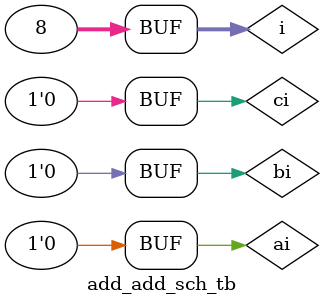
<source format=v>

`timescale 1ns / 1ps

module add_add_sch_tb();

// Inputs
   reg ai;
   reg bi;
   reg ci;

// Output
   wire Pi;
   wire Gi;
   wire si;
   wire co;

// Bidirs

// Instantiate the UUT
   add UUT (
		.ai(ai), 
		.bi(bi), 
		.ci(ci), 
		.Pi(Pi), 
		.Gi(Gi), 
		.si(si), 
		.co(co)
   );
// Initialize Inputs
   //`ifdef auto_init
   integer i;
	initial begin
		ai = 0;
		bi = 0;
		ci = 0;
		
		for (i=0;i<=7;i=i+1) begin
			#50;
			{ci,ai,bi} = i+1;
		end
	end	
   //`endif
endmodule

</source>
